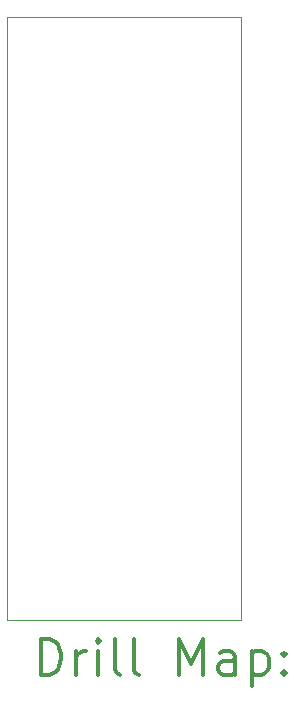
<source format=gbr>
%FSLAX45Y45*%
G04 Gerber Fmt 4.5, Leading zero omitted, Abs format (unit mm)*
G04 Created by KiCad (PCBNEW (5.1.2)-1) date 2020-03-13 04:35:33*
%MOMM*%
%LPD*%
G04 APERTURE LIST*
%ADD10C,0.010000*%
%ADD11C,0.200000*%
%ADD12C,0.300000*%
G04 APERTURE END LIST*
D10*
X7772400Y-4927600D02*
X7772400Y-10033000D01*
X9753600Y-10033000D02*
X7772400Y-10033000D01*
X9753600Y-4927600D02*
X9753600Y-10033000D01*
X7772400Y-4927600D02*
X9753600Y-4927600D01*
D11*
D12*
X8058328Y-10499214D02*
X8058328Y-10199214D01*
X8129757Y-10199214D01*
X8172614Y-10213500D01*
X8201186Y-10242072D01*
X8215471Y-10270643D01*
X8229757Y-10327786D01*
X8229757Y-10370643D01*
X8215471Y-10427786D01*
X8201186Y-10456357D01*
X8172614Y-10484929D01*
X8129757Y-10499214D01*
X8058328Y-10499214D01*
X8358328Y-10499214D02*
X8358328Y-10299214D01*
X8358328Y-10356357D02*
X8372614Y-10327786D01*
X8386900Y-10313500D01*
X8415471Y-10299214D01*
X8444043Y-10299214D01*
X8544043Y-10499214D02*
X8544043Y-10299214D01*
X8544043Y-10199214D02*
X8529757Y-10213500D01*
X8544043Y-10227786D01*
X8558328Y-10213500D01*
X8544043Y-10199214D01*
X8544043Y-10227786D01*
X8729757Y-10499214D02*
X8701186Y-10484929D01*
X8686900Y-10456357D01*
X8686900Y-10199214D01*
X8886900Y-10499214D02*
X8858328Y-10484929D01*
X8844043Y-10456357D01*
X8844043Y-10199214D01*
X9229757Y-10499214D02*
X9229757Y-10199214D01*
X9329757Y-10413500D01*
X9429757Y-10199214D01*
X9429757Y-10499214D01*
X9701186Y-10499214D02*
X9701186Y-10342072D01*
X9686900Y-10313500D01*
X9658328Y-10299214D01*
X9601186Y-10299214D01*
X9572614Y-10313500D01*
X9701186Y-10484929D02*
X9672614Y-10499214D01*
X9601186Y-10499214D01*
X9572614Y-10484929D01*
X9558328Y-10456357D01*
X9558328Y-10427786D01*
X9572614Y-10399214D01*
X9601186Y-10384929D01*
X9672614Y-10384929D01*
X9701186Y-10370643D01*
X9844043Y-10299214D02*
X9844043Y-10599214D01*
X9844043Y-10313500D02*
X9872614Y-10299214D01*
X9929757Y-10299214D01*
X9958328Y-10313500D01*
X9972614Y-10327786D01*
X9986900Y-10356357D01*
X9986900Y-10442072D01*
X9972614Y-10470643D01*
X9958328Y-10484929D01*
X9929757Y-10499214D01*
X9872614Y-10499214D01*
X9844043Y-10484929D01*
X10115471Y-10470643D02*
X10129757Y-10484929D01*
X10115471Y-10499214D01*
X10101186Y-10484929D01*
X10115471Y-10470643D01*
X10115471Y-10499214D01*
X10115471Y-10313500D02*
X10129757Y-10327786D01*
X10115471Y-10342072D01*
X10101186Y-10327786D01*
X10115471Y-10313500D01*
X10115471Y-10342072D01*
M02*

</source>
